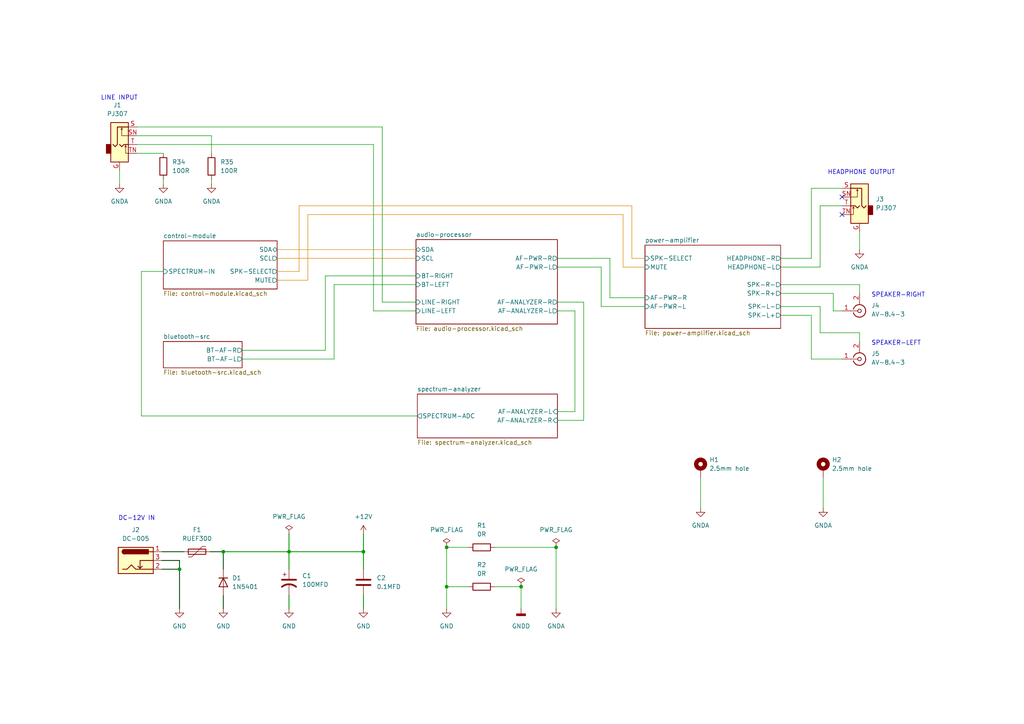
<source format=kicad_sch>
(kicad_sch (version 20211123) (generator eeschema)
  (paper "A4")
  (title_block (title "Arduino Mini Amplifier") (date "2022-07-30") (rev "1.0.0") (company "Dilshan R Jayakody") (comment 1 "jayakody2000lk@gmail.com") (comment 2 "https://github.com/dilshan/arduino-mini-amp"))
  (lib_symbols
    (symbol "Connector:AudioJack2_Ground_Switch"
      (property "Reference" "J" (at 0 11.43 0))
      (property "Value" "AudioJack2_Ground_Switch" (at 0 8.89 0))
      (symbol "AudioJack2_Ground_Switch_0_1"
        (rectangle (start -2.54 -2.54) (end -3.81 0) (stroke (width 0.254)) (fill (type outline)))
        (rectangle (start 2.54 6.35) (end -2.54 -5.08) (stroke (width 0.254)) (fill (type background)))
      )
      (symbol "AudioJack2_Ground_Switch_1_1"
        (polyline (pts (xy 0.635 4.826) (xy 0.889 4.318)))
        (polyline (pts (xy 1.778 -0.254) (xy 2.032 -0.762)))
        (polyline (pts (xy 0 0) (xy 0.635 -0.635) (xy 1.27 0) (xy 2.54 0)) (stroke (width 0.254)))
        (polyline (pts (xy 2.54 -2.54) (xy 1.778 -2.54) (xy 1.778 -0.254) (xy 1.524 -0.762)))
        (polyline (pts (xy 2.54 2.54) (xy 0.635 2.54) (xy 0.635 4.826) (xy 0.381 4.318)))
        (polyline (pts (xy 2.54 5.08) (xy -0.635 5.08) (xy -0.635 0) (xy -1.27 -0.635) (xy -1.905 0)) (stroke (width 0.254)))
        (pin passive line (at 0 -7.62 90) (length 2.54) (name "~") (number "G"))
        (pin passive line (at 5.08 5.08 180) (length 2.54) (name "~") (number "S"))
        (pin passive line (at 5.08 2.54 180) (length 2.54) (name "~") (number "SN"))
        (pin passive line (at 5.08 0 180) (length 2.54) (name "~") (number "T"))
        (pin passive line (at 5.08 -2.54 180) (length 2.54) (name "~") (number "TN"))
      )
    )
    (symbol "Connector:Barrel_Jack_Switch" (pin_names hide)
      (property "Reference" "J" (at 0 5.334 0))
      (property "Value" "Barrel_Jack_Switch" (at 0 -5.08 0))
      (symbol "Barrel_Jack_Switch_0_1"
        (rectangle (start -5.08 3.81) (end 5.08 -3.81) (stroke (width 0.254)) (fill (type background)))
        (arc (start -3.302 3.175) (mid -3.937 2.54) (end -3.302 1.905) (stroke (width 0.254)))
        (arc (start -3.302 3.175) (mid -3.937 2.54) (end -3.302 1.905) (stroke (width 0.254)) (fill (type outline)))
        (polyline (pts (xy 1.27 -2.286) (xy 1.905 -1.651)) (stroke (width 0.254)))
        (polyline (pts (xy 5.08 2.54) (xy 3.81 2.54)) (stroke (width 0.254)))
        (polyline (pts (xy 5.08 0) (xy 1.27 0) (xy 1.27 -2.286) (xy 0.635 -1.651)) (stroke (width 0.254)))
        (polyline (pts (xy -3.81 -2.54) (xy -2.54 -2.54) (xy -1.27 -1.27) (xy 0 -2.54) (xy 2.54 -2.54) (xy 5.08 -2.54)) (stroke (width 0.254)))
        (rectangle (start 3.683 3.175) (end -3.302 1.905) (stroke (width 0.254)) (fill (type outline)))
      )
      (symbol "Barrel_Jack_Switch_1_1"
        (pin passive line (at 7.62 2.54 180) (length 2.54) (name "~") (number "1"))
        (pin passive line (at 7.62 -2.54 180) (length 2.54) (name "~") (number "2"))
        (pin passive line (at 7.62 0 180) (length 2.54) (name "~") (number "3"))
      )
    )
    (symbol "Connector:Conn_Coaxial" (pin_names (offset 1.016) hide)
      (property "Reference" "J" (at 0.254 3.048 0))
      (property "Value" "Conn_Coaxial" (at 2.921 0 90))
      (symbol "Conn_Coaxial_0_1"
        (arc (start -1.778 -0.508) (mid 0.222 -1.808) (end 1.778 0) (stroke (width 0.254)))
        (polyline (pts (xy -2.54 0) (xy -0.508 0)))
        (polyline (pts (xy 0 -2.54) (xy 0 -1.778)))
        (circle (center 0 0) (radius 0.508) (stroke (width 0.2032)))
        (arc (start 1.778 0) (mid 0.222 1.8083) (end -1.778 0.508) (stroke (width 0.254)))
      )
      (symbol "Conn_Coaxial_1_1"
        (pin passive line (at -5.08 0 0) (length 2.54) (name "In") (number "1"))
        (pin passive line (at 0 -5.08 90) (length 2.54) (name "Ext") (number "2"))
      )
    )
    (symbol "Device:C" (pin_numbers hide) (pin_names (offset 0.254))
      (property "Reference" "C" (at 0.635 2.54 0))
      (property "Value" "C" (at 0.635 -2.54 0))
      (symbol "C_0_1"
        (polyline (pts (xy -2.032 -0.762) (xy 2.032 -0.762)) (stroke (width 0.508)))
        (polyline (pts (xy -2.032 0.762) (xy 2.032 0.762)) (stroke (width 0.508)))
      )
      (symbol "C_1_1"
        (pin passive line (at 0 3.81 270) (length 2.794) (name "~") (number "1"))
        (pin passive line (at 0 -3.81 90) (length 2.794) (name "~") (number "2"))
      )
    )
    (symbol "Device:C_Polarized_US" (pin_numbers hide) (pin_names (offset 0.254) hide)
      (property "Reference" "C" (at 0.635 2.54 0))
      (property "Value" "C_Polarized_US" (at 0.635 -2.54 0))
      (symbol "C_Polarized_US_0_1"
        (polyline (pts (xy -2.032 0.762) (xy 2.032 0.762)) (stroke (width 0.508)))
        (polyline (pts (xy -1.778 2.286) (xy -0.762 2.286)))
        (polyline (pts (xy -1.27 1.778) (xy -1.27 2.794)))
        (arc (start 2.032 -1.27) (mid 0 -0.5572) (end -2.032 -1.27) (stroke (width 0.508)))
      )
      (symbol "C_Polarized_US_1_1"
        (pin passive line (at 0 3.81 270) (length 2.794) (name "~") (number "1"))
        (pin passive line (at 0 -3.81 90) (length 3.302) (name "~") (number "2"))
      )
    )
    (symbol "Device:D" (pin_numbers hide) (pin_names (offset 1.016) hide)
      (property "Reference" "D" (at 0 2.54 0))
      (property "Value" "D" (at 0 -2.54 0))
      (symbol "D_0_1"
        (polyline (pts (xy -1.27 1.27) (xy -1.27 -1.27)) (stroke (width 0.254)))
        (polyline (pts (xy 1.27 0) (xy -1.27 0)))
        (polyline (pts (xy 1.27 1.27) (xy 1.27 -1.27) (xy -1.27 0) (xy 1.27 1.27)) (stroke (width 0.254)))
      )
      (symbol "D_1_1"
        (pin passive line (at -3.81 0 0) (length 2.54) (name "K") (number "1"))
        (pin passive line (at 3.81 0 180) (length 2.54) (name "A") (number "2"))
      )
    )
    (symbol "Device:Polyfuse" (pin_numbers hide) (pin_names (offset 0))
      (property "Reference" "F" (at -2.54 0 90))
      (property "Value" "Polyfuse" (at 2.54 0 90))
      (symbol "Polyfuse_0_1"
        (rectangle (start -0.762 2.54) (end 0.762 -2.54) (stroke (width 0.254)))
        (polyline (pts (xy 0 2.54) (xy 0 -2.54)))
        (polyline (pts (xy -1.524 2.54) (xy -1.524 1.524) (xy 1.524 -1.524) (xy 1.524 -2.54)))
      )
      (symbol "Polyfuse_1_1"
        (pin passive line (at 0 3.81 270) (length 1.27) (name "~") (number "1"))
        (pin passive line (at 0 -3.81 90) (length 1.27) (name "~") (number "2"))
      )
    )
    (symbol "Device:R" (pin_numbers hide) (pin_names (offset 0))
      (property "Reference" "R" (at 2.032 0 90))
      (property "Value" "R" (at 0 0 90))
      (symbol "R_0_1"
        (rectangle (start -1.016 -2.54) (end 1.016 2.54) (stroke (width 0.254)))
      )
      (symbol "R_1_1"
        (pin passive line (at 0 3.81 270) (length 1.27) (name "~") (number "1"))
        (pin passive line (at 0 -3.81 90) (length 1.27) (name "~") (number "2"))
      )
    )
    (symbol "Mechanical:MountingHole_Pad" (pin_numbers hide) (pin_names (offset 1.016) hide)
      (property "Reference" "H" (at 0 6.35 0))
      (property "Value" "MountingHole_Pad" (at 0 4.445 0))
      (symbol "MountingHole_Pad_0_1"
        (circle (center 0 1.27) (radius 1.27) (stroke (width 1.27)))
      )
      (symbol "MountingHole_Pad_1_1"
        (pin input line (at 0 -2.54 90) (length 2.54) (name "1") (number "1"))
      )
    )
    (symbol "power:+12V" (power) (pin_names (offset 0))
      (property "Value" "+12V" (at 0 3.556 0))
      (symbol "+12V_0_1"
        (polyline (pts (xy -0.762 1.27) (xy 0 2.54)))
        (polyline (pts (xy 0 0) (xy 0 2.54)))
        (polyline (pts (xy 0 2.54) (xy 0.762 1.27)))
      )
      (symbol "+12V_1_1"
        (pin power_in line (at 0 0 90) (length 0) hide (name "+12V") (number "1"))
      )
    )
    (symbol "power:GND" (power) (pin_names (offset 0))
      (property "Value" "GND" (at 0 -3.81 0))
      (symbol "GND_0_1"
        (polyline (pts (xy 0 0) (xy 0 -1.27) (xy 1.27 -1.27) (xy 0 -2.54) (xy -1.27 -1.27) (xy 0 -1.27)))
      )
      (symbol "GND_1_1"
        (pin power_in line (at 0 0 270) (length 0) hide (name "GND") (number "1"))
      )
    )
    (symbol "power:GNDA" (power) (pin_names (offset 0))
      (property "Value" "GNDA" (at 0 -3.81 0))
      (symbol "GNDA_0_1"
        (polyline (pts (xy 0 0) (xy 0 -1.27) (xy 1.27 -1.27) (xy 0 -2.54) (xy -1.27 -1.27) (xy 0 -1.27)))
      )
      (symbol "GNDA_1_1"
        (pin power_in line (at 0 0 270) (length 0) hide (name "GNDA") (number "1"))
      )
    )
    (symbol "power:GNDD" (power) (pin_names (offset 0))
      (property "Value" "GNDD" (at 0 -3.175 0))
      (symbol "GNDD_0_1"
        (rectangle (start -1.27 -1.524) (end 1.27 -2.032) (stroke (width 0.254)) (fill (type outline)))
        (polyline (pts (xy 0 0) (xy 0 -1.524)))
      )
      (symbol "GNDD_1_1"
        (pin power_in line (at 0 0 270) (length 0) hide (name "GNDD") (number "1"))
      )
    )
    (symbol "power:PWR_FLAG" (power) (pin_numbers hide) (pin_names (offset 0) hide)
      (property "Value" "PWR_FLAG" (at 0 3.81 0))
      (symbol "PWR_FLAG_0_0"
        (pin power_out line (at 0 0 90) (length 0) (name "pwr") (number "1"))
      )
      (symbol "PWR_FLAG_0_1"
        (polyline (pts (xy 0 0) (xy 0 1.27) (xy -1.016 1.905) (xy 0 2.54) (xy 1.016 1.905) (xy 0 1.27)))
      )
    )
  )
  (junction (at 129.54 170.18))
  (junction (at 129.54 158.75))
  (junction (at 151.13 170.18))
  (junction (at 105.41 160.02))
  (junction (at 161.29 158.75))
  (junction (at 83.82 160.02))
  (junction (at 64.77 160.02))
  (junction (at 52.07 165.1))
  (no_connect (at 244.221 57.15))
  (no_connect (at 244.221 62.23))
  (wire (pts (xy 105.41 160.02) (xy 105.41 165.1)) (stroke (width 0.25)))
  (wire (pts (xy 143.51 158.75) (xy 161.29 158.75)))
  (wire (pts (xy 80.391 72.39) (xy 120.65 72.39)) (stroke (width 0) (color 221 133 0 1)))
  (wire (pts (xy 80.391 74.93) (xy 120.65 74.93)) (stroke (width 0) (color 221 133 0 1)))
  (wire (pts (xy 169.291 121.92) (xy 161.671 121.92)))
  (wire (pts (xy 183.261 74.93) (xy 187.071 74.93)) (stroke (width 0) (color 221 133 0 1)))
  (wire (pts (xy 47.371 78.74) (xy 41.021 78.74)))
  (wire (pts (xy 226.441 77.47) (xy 237.871 77.47)))
  (wire (pts (xy 52.07 165.1) (xy 52.07 176.53)) (stroke (width 0.25) (color 0 72 0 1)))
  (wire (pts (xy 237.871 88.9) (xy 237.871 96.52)))
  (wire (pts (xy 174.371 77.47) (xy 174.371 88.9)))
  (wire (pts (xy 226.441 88.9) (xy 237.871 88.9)))
  (wire (pts (xy 166.751 90.17) (xy 166.751 119.38)))
  (wire (pts (xy 96.901 82.55) (xy 96.901 104.14)))
  (wire (pts (xy 80.391 78.74) (xy 86.741 78.74)) (stroke (width 0) (color 221 133 0 1)))
  (wire (pts (xy 105.41 154.94) (xy 105.41 160.02)) (stroke (width 0.25)))
  (wire (pts (xy 41.021 120.65) (xy 121.031 120.65)))
  (wire (pts (xy 86.741 78.74) (xy 86.741 59.69)) (stroke (width 0) (color 221 133 0 1)))
  (wire (pts (xy 235.331 54.61) (xy 244.221 54.61)))
  (wire (pts (xy 89.281 81.28) (xy 89.281 62.23)) (stroke (width 0) (color 221 133 0 1)))
  (wire (pts (xy 39.751 41.91) (xy 108.331 41.91)))
  (wire (pts (xy 83.82 160.02) (xy 83.82 165.1)) (stroke (width 0.25)))
  (wire (pts (xy 183.261 59.69) (xy 183.261 74.93)) (stroke (width 0) (color 221 133 0 1)))
  (wire (pts (xy 129.54 170.18) (xy 135.89 170.18)))
  (wire (pts (xy 161.671 77.47) (xy 174.371 77.47)))
  (wire (pts (xy 46.99 162.56) (xy 52.07 162.56)) (stroke (width 0.25) (color 0 72 0 1)))
  (wire (pts (xy 180.721 62.23) (xy 180.721 77.47)) (stroke (width 0) (color 221 133 0 1)))
  (wire (pts (xy 64.77 160.02) (xy 83.82 160.02)) (stroke (width 0.25)))
  (wire (pts (xy 41.021 78.74) (xy 41.021 120.65)))
  (wire (pts (xy 64.77 160.02) (xy 64.77 165.1)) (stroke (width 0.25) (color 0 72 0 1)))
  (wire (pts (xy 249.301 82.55) (xy 249.301 85.09)))
  (wire (pts (xy 83.82 172.72) (xy 83.82 176.53)) (stroke (width 0.25)))
  (wire (pts (xy 83.82 160.02) (xy 105.41 160.02)) (stroke (width 0.25)))
  (wire (pts (xy 86.741 59.69) (xy 183.261 59.69)) (stroke (width 0) (color 221 133 0 1)))
  (wire (pts (xy 96.901 104.14) (xy 70.231 104.14)))
  (wire (pts (xy 108.331 90.17) (xy 120.65 90.17)))
  (wire (pts (xy 129.54 170.18) (xy 129.54 158.75)))
  (wire (pts (xy 180.721 77.47) (xy 187.071 77.47)) (stroke (width 0) (color 221 133 0 1)))
  (wire (pts (xy 80.391 81.28) (xy 89.281 81.28)) (stroke (width 0) (color 221 133 0 1)))
  (wire (pts (xy 61.341 52.07) (xy 61.341 53.34)))
  (wire (pts (xy 235.331 91.44) (xy 235.331 104.14)))
  (wire (pts (xy 39.751 39.37) (xy 61.341 39.37)))
  (wire (pts (xy 110.871 87.63) (xy 120.65 87.63)))
  (wire (pts (xy 169.291 87.63) (xy 169.291 121.92)))
  (wire (pts (xy 129.54 158.75) (xy 135.89 158.75)))
  (wire (pts (xy 46.99 165.1) (xy 52.07 165.1)) (stroke (width 0.25) (color 0 72 0 1)))
  (wire (pts (xy 83.82 154.94) (xy 83.82 160.02)) (stroke (width 0.25)))
  (wire (pts (xy 143.51 170.18) (xy 151.13 170.18)))
  (wire (pts (xy 226.441 85.09) (xy 241.681 85.09)))
  (wire (pts (xy 108.331 41.91) (xy 108.331 90.17)))
  (wire (pts (xy 226.441 74.93) (xy 235.331 74.93)))
  (wire (pts (xy 94.361 80.01) (xy 94.361 101.6)))
  (wire (pts (xy 235.331 74.93) (xy 235.331 54.61)))
  (wire (pts (xy 203.2 138.43) (xy 203.2 147.32)))
  (wire (pts (xy 237.871 59.69) (xy 244.221 59.69)))
  (wire (pts (xy 237.871 96.52) (xy 249.301 96.52)))
  (wire (pts (xy 60.96 160.02) (xy 64.77 160.02)) (stroke (width 0.25) (color 0 72 0 1)))
  (wire (pts (xy 174.371 88.9) (xy 187.071 88.9)))
  (wire (pts (xy 161.29 158.75) (xy 161.29 176.53)))
  (wire (pts (xy 237.871 77.47) (xy 237.871 59.69)))
  (wire (pts (xy 129.54 176.53) (xy 129.54 170.18)))
  (wire (pts (xy 70.231 101.6) (xy 94.361 101.6)))
  (wire (pts (xy 105.41 172.72) (xy 105.41 176.53)) (stroke (width 0.25)))
  (wire (pts (xy 226.441 82.55) (xy 249.301 82.55)))
  (wire (pts (xy 39.751 36.83) (xy 110.871 36.83)))
  (wire (pts (xy 151.13 170.18) (xy 151.13 176.53)))
  (wire (pts (xy 249.301 96.52) (xy 249.301 99.06)))
  (wire (pts (xy 52.07 162.56) (xy 52.07 165.1)) (stroke (width 0.25) (color 0 72 0 1)))
  (wire (pts (xy 96.901 82.55) (xy 120.65 82.55)))
  (wire (pts (xy 61.341 39.37) (xy 61.341 44.45)))
  (wire (pts (xy 238.76 138.43) (xy 238.76 147.32)))
  (wire (pts (xy 64.77 172.72) (xy 64.77 176.53)) (stroke (width 0.25) (color 0 72 0 1)))
  (wire (pts (xy 94.361 80.01) (xy 120.65 80.01)))
  (wire (pts (xy 46.99 160.02) (xy 53.34 160.02)) (stroke (width 0.25) (color 0 72 0 1)))
  (wire (pts (xy 249.301 67.31) (xy 249.301 72.39)))
  (wire (pts (xy 235.331 104.14) (xy 244.221 104.14)))
  (wire (pts (xy 241.681 85.09) (xy 241.681 90.17)))
  (wire (pts (xy 241.681 90.17) (xy 244.221 90.17)))
  (wire (pts (xy 89.281 62.23) (xy 180.721 62.23)) (stroke (width 0) (color 221 133 0 1)))
  (wire (pts (xy 34.671 49.53) (xy 34.671 53.34)))
  (wire (pts (xy 176.911 86.36) (xy 187.071 86.36)))
  (wire (pts (xy 161.671 90.17) (xy 166.751 90.17)))
  (wire (pts (xy 176.911 74.93) (xy 176.911 86.36)))
  (wire (pts (xy 110.871 36.83) (xy 110.871 87.63)))
  (wire (pts (xy 166.751 119.38) (xy 161.671 119.38)))
  (wire (pts (xy 226.441 91.44) (xy 235.331 91.44)))
  (wire (pts (xy 39.751 44.45) (xy 47.371 44.45)))
  (wire (pts (xy 47.371 52.07) (xy 47.371 53.34)))
  (wire (pts (xy 161.671 74.93) (xy 176.911 74.93)))
  (wire (pts (xy 161.671 87.63) (xy 169.291 87.63)))
  (text "LINE INPUT" (at 29.21 29.21 0) (effects (font (size 1.27 1.27)) (justify left bottom)))
  (text "SPEAKER-RIGHT" (at 252.73 86.36 0) (effects (font (size 1.27 1.27)) (justify left bottom)))
  (text "DC-12V IN" (at 34.29 151.13 0) (effects (font (size 1.27 1.27)) (justify left bottom)))
  (text "HEADPHONE OUTPUT" (at 240.03 50.8 0) (effects (font (size 1.27 1.27)) (justify left bottom)))
  (text "SPEAKER-LEFT" (at 252.73 100.33 0) (effects (font (size 1.27 1.27)) (justify left bottom)))
  (symbol (lib_id "power:GNDA") (at 203.2 147.32 0) (unit 1)
    (property "Reference" "#PWR01" (effects hide))
    (property "Value" "GNDA" (at 203.2 152.4 0))
  )
  (symbol (lib_id "power:GND") (at 83.82 176.53 0) (unit 1)
    (property "Reference" "#PWR0108" (effects hide))
    (property "Value" "GND" (at 83.82 181.61 0))
  )
  (symbol (lib_id "Connector:Barrel_Jack_Switch") (at 39.37 162.56 0) (unit 1)
    (property "Reference" "J2" (at 39.37 153.67 0))
    (property "Value" "DC-005" (at 39.37 156.21 0))
    (property "Footprint" "Connector_BarrelJack:BarrelJack_Horizontal" (effects hide))
  )
  (symbol (lib_id "Connector:AudioJack2_Ground_Switch") (at 34.671 41.91 0) (unit 1)
    (property "Reference" "J1" (at 34.036 30.48 0))
    (property "Value" "PJ307" (at 34.036 33.02 0))
    (property "Footprint" "pc-amplifier:PJ-307" (effects hide))
  )
  (symbol (lib_id "power:GNDA") (at 47.371 53.34 0) (unit 1)
    (property "Reference" "#PWR0225" (effects hide))
    (property "Value" "GNDA" (at 47.371 58.42 0))
  )
  (symbol (lib_id "power:GND") (at 52.07 176.53 0) (unit 1)
    (property "Reference" "#PWR0102" (effects hide))
    (property "Value" "GND" (at 52.07 181.61 0))
  )
  (symbol (lib_id "power:+12V") (at 105.41 154.94 0) (unit 1)
    (property "Reference" "#PWR0109" (effects hide))
    (property "Value" "+12V" (at 105.41 149.86 0))
  )
  (symbol (lib_id "Device:R") (at 139.7 158.75 90) (unit 1)
    (property "Reference" "R1" (at 139.7 152.4 90))
    (property "Value" "0R" (at 139.7 154.94 90))
    (property "Footprint" "Resistor_THT:R_Axial_DIN0204_L3.6mm_D1.6mm_P1.90mm_Vertical" (effects hide))
  )
  (symbol (lib_id "power:PWR_FLAG") (at 161.29 158.75 0) (unit 1)
    (property "Reference" "#FLG0105" (effects hide))
    (property "Value" "PWR_FLAG" (at 161.29 153.67 0))
  )
  (symbol (lib_id "Device:C_Polarized_US") (at 83.82 168.91 0) (unit 1)
    (property "Reference" "C1" (at 87.63 167.0049 0) (effects (justify left)))
    (property "Value" "100MFD" (at 87.63 169.5449 0) (effects (justify left)))
    (property "Footprint" "Capacitor_SMD:CP_Elec_6.3x5.4" (effects hide))
  )
  (symbol (lib_id "Device:R") (at 61.341 48.26 0) (unit 1)
    (property "Reference" "R35" (at 63.881 46.9899 0) (effects (justify left)))
    (property "Value" "100R" (at 63.881 49.5299 0) (effects (justify left)))
    (property "Footprint" "Resistor_SMD:R_0805_2012Metric_Pad1.20x1.40mm_HandSolder" (effects hide))
  )
  (symbol (lib_id "power:GNDA") (at 161.29 176.53 0) (unit 1)
    (property "Reference" "#PWR0105" (effects hide))
    (property "Value" "GNDA" (at 161.29 181.61 0))
  )
  (symbol (lib_id "power:GNDD") (at 151.13 176.53 0) (unit 1)
    (property "Reference" "#PWR0106" (effects hide))
    (property "Value" "GNDD" (at 151.13 181.61 0))
  )
  (symbol (lib_id "power:GNDA") (at 249.301 72.39 0) (unit 1)
    (property "Reference" "#PWR0110" (effects hide))
    (property "Value" "GNDA" (at 249.301 77.47 0))
  )
  (symbol (lib_id "Mechanical:MountingHole_Pad") (at 238.76 135.89 0) (unit 1)
    (property "Reference" "H2" (at 241.3 133.3499 0) (effects (justify left)))
    (property "Value" "2.5mm hole" (at 241.3 135.8899 0) (effects (justify left)))
    (property "Footprint" "MountingHole:MountingHole_2.5mm_Pad" (effects hide))
  )
  (symbol (lib_id "Device:Polyfuse") (at 57.15 160.02 90) (unit 1)
    (property "Reference" "F1" (at 57.15 153.67 90))
    (property "Value" "RUEF300 " (at 57.15 156.21 90))
    (property "Footprint" "Fuse:Fuse_Bourns_MF-RHT300" (effects hide))
  )
  (symbol (lib_id "Device:C") (at 105.41 168.91 0) (unit 1)
    (property "Reference" "C2" (at 109.22 167.6399 0) (effects (justify left)))
    (property "Value" "0.1MFD" (at 109.22 170.1799 0) (effects (justify left)))
    (property "Footprint" "Capacitor_SMD:C_0805_2012Metric_Pad1.18x1.45mm_HandSolder" (effects hide))
  )
  (symbol (lib_id "Mechanical:MountingHole_Pad") (at 203.2 135.89 0) (unit 1)
    (property "Reference" "H1" (at 205.74 133.3499 0) (effects (justify left)))
    (property "Value" "2.5mm hole" (at 205.74 135.8899 0) (effects (justify left)))
    (property "Footprint" "MountingHole:MountingHole_2.5mm_Pad" (effects hide))
  )
  (symbol (lib_id "power:PWR_FLAG") (at 151.13 170.18 0) (unit 1)
    (property "Reference" "#FLG0104" (effects hide))
    (property "Value" "PWR_FLAG" (at 151.13 165.1 0))
  )
  (symbol (lib_id "Connector:Conn_Coaxial") (at 249.301 104.14 0) (mirror x) (unit 1)
    (property "Reference" "J5" (at 252.73 102.5767 0) (effects (justify left)))
    (property "Value" "AV-8.4-3" (at 252.73 105.1167 0) (effects (justify left)))
    (property "Footprint" "pc-amplifier:CUI_RCJ-013" (effects hide))
    (property "Datasheet" " ~" (effects hide))
  )
  (symbol (lib_id "power:GND") (at 105.41 176.53 0) (unit 1)
    (property "Reference" "#PWR0107" (effects hide))
    (property "Value" "GND" (at 105.41 181.61 0))
  )
  (symbol (lib_id "Connector:Conn_Coaxial") (at 249.301 90.17 0) (mirror x) (unit 1)
    (property "Reference" "J4" (at 252.73 88.6067 0) (effects (justify left)))
    (property "Value" "AV-8.4-3" (at 252.73 91.1467 0) (effects (justify left)))
    (property "Footprint" "pc-amplifier:CUI_RCJ-013" (effects hide))
    (property "Datasheet" " ~" (effects hide))
  )
  (symbol (lib_id "power:GND") (at 64.77 176.53 0) (unit 1)
    (property "Reference" "#PWR0103" (effects hide))
    (property "Value" "GND" (at 64.77 181.61 0))
  )
  (symbol (lib_id "Device:D") (at 64.77 168.91 270) (unit 1)
    (property "Reference" "D1" (at 67.31 167.6399 90) (effects (justify left)))
    (property "Value" "1N5401" (at 67.31 170.1799 90) (effects (justify left)))
    (property "Footprint" "Diode_THT:D_DO-201AD_P15.24mm_Horizontal" (effects hide))
  )
  (symbol (lib_id "Device:R") (at 47.371 48.26 0) (unit 1)
    (property "Reference" "R34" (at 49.911 46.9899 0) (effects (justify left)))
    (property "Value" "100R" (at 49.911 49.5299 0) (effects (justify left)))
    (property "Footprint" "Resistor_SMD:R_0805_2012Metric_Pad1.20x1.40mm_HandSolder" (effects hide))
  )
  (symbol (lib_id "power:GNDA") (at 34.671 53.34 0) (unit 1)
    (property "Reference" "#PWR0101" (effects hide))
    (property "Value" "GNDA" (at 34.671 58.42 0))
  )
  (symbol (lib_id "power:PWR_FLAG") (at 83.82 154.94 0) (unit 1)
    (property "Reference" "#FLG0101" (effects hide))
    (property "Value" "PWR_FLAG" (at 83.82 149.86 0))
  )
  (symbol (lib_id "power:GNDA") (at 238.76 147.32 0) (unit 1)
    (property "Reference" "#PWR02" (effects hide))
    (property "Value" "GNDA" (at 238.76 152.4 0))
  )
  (symbol (lib_id "power:PWR_FLAG") (at 129.54 158.75 0) (unit 1)
    (property "Reference" "#FLG0107" (effects hide))
    (property "Value" "PWR_FLAG" (at 129.54 153.67 0))
  )
  (symbol (lib_id "Device:R") (at 139.7 170.18 90) (unit 1)
    (property "Reference" "R2" (at 139.7 163.83 90))
    (property "Value" "0R" (at 139.7 166.37 90))
    (property "Footprint" "Resistor_THT:R_Axial_DIN0204_L3.6mm_D1.6mm_P1.90mm_Vertical" (effects hide))
  )
  (symbol (lib_id "power:GNDA") (at 61.341 53.34 0) (unit 1)
    (property "Reference" "#PWR0224" (effects hide))
    (property "Value" "GNDA" (at 61.341 58.42 0))
  )
  (symbol (lib_id "power:GND") (at 129.54 176.53 0) (unit 1)
    (property "Reference" "#PWR0104" (effects hide))
    (property "Value" "GND" (at 129.54 181.61 0))
  )
  (symbol (lib_id "Connector:AudioJack2_Ground_Switch") (at 249.301 59.69 0) (mirror y) (unit 1)
    (property "Reference" "J3" (at 254 57.7849 0) (effects (justify right)))
    (property "Value" "PJ307" (at 254 60.3249 0) (effects (justify right)))
    (property "Footprint" "pc-amplifier:PJ-307" (effects hide))
  )
  (sheet (at 187.071 71.12) (size 39.37 24.13) (stroke (width 0.1524))
    (property "Sheet name" "power-amplifier" (at 187.071 70.4084 0) (effects (justify left bottom)))
    (property "Sheet file" "power-amplifier.kicad_sch" (at 187.071 95.8346 0) (effects (justify left top)))
    (pin "SPK-SELECT" input (at 187.071 74.93 180))
    (pin "AF-PWR-R" input (at 187.071 86.36 180))
    (pin "HEADPHONE-L" output (at 226.441 77.47 0))
    (pin "HEADPHONE-R" output (at 226.441 74.93 0))
    (pin "AF-PWR-L" input (at 187.071 88.9 180))
    (pin "SPK-R-" output (at 226.441 82.55 0))
    (pin "SPK-L-" output (at 226.441 88.9 0))
    (pin "SPK-L+" output (at 226.441 91.44 0))
    (pin "MUTE" input (at 187.071 77.47 180))
    (pin "SPK-R+" output (at 226.441 85.09 0))
  )
  (sheet (at 120.65 69.4944) (size 41.021 24.4856) (stroke (width 0.1524))
    (property "Sheet name" "audio-processor" (at 120.65 68.7828 0) (effects (justify left bottom)))
    (property "Sheet file" "audio-processor.kicad_sch" (at 120.65 94.5646 0) (effects (justify left top)))
    (pin "SCL" input (at 120.65 74.93 180))
    (pin "SDA" bidirectional (at 120.65 72.39 180))
    (pin "AF-ANALYZER-R" output (at 161.671 87.63 0))
    (pin "AF-ANALYZER-L" output (at 161.671 90.17 0))
    (pin "AF-PWR-R" output (at 161.671 74.93 0))
    (pin "AF-PWR-L" output (at 161.671 77.47 0))
    (pin "BT-LEFT" input (at 120.65 82.55 180))
    (pin "BT-RIGHT" input (at 120.65 80.01 180))
    (pin "LINE-RIGHT" input (at 120.65 87.63 180))
    (pin "LINE-LEFT" input (at 120.65 90.17 180))
  )
  (sheet (at 121.031 114.3) (size 40.64 12.7) (stroke (width 0.1524))
    (property "Sheet name" "spectrum-analyzer" (at 121.031 113.5884 0) (effects (justify left bottom)))
    (property "Sheet file" "spectrum-analyzer.kicad_sch" (at 121.031 127.5846 0) (effects (justify left top)))
    (pin "SPECTRUM-ADC" output (at 121.031 120.65 180))
    (pin "AF-ANALYZER-R" input (at 161.671 121.92 0))
    (pin "AF-ANALYZER-L" input (at 161.671 119.38 0))
  )
  (sheet (at 47.371 69.85) (size 33.02 13.97) (stroke (width 0.1524))
    (property "Sheet name" "control-module" (at 47.371 69.1384 0) (effects (justify left bottom)))
    (property "Sheet file" "control-module.kicad_sch" (at 47.371 84.4046 0) (effects (justify left top)))
    (pin "SPECTRUM-IN" input (at 47.371 78.74 180))
    (pin "SPK-SELECT" output (at 80.391 78.74 0))
    (pin "MUTE" output (at 80.391 81.28 0))
    (pin "SDA" bidirectional (at 80.391 72.39 0))
    (pin "SCL" output (at 80.391 74.93 0))
  )
  (sheet (at 47.371 99.06) (size 22.86 7.62) (stroke (width 0.1524))
    (property "Sheet name" "bluetooth-src" (at 47.371 98.3484 0) (effects (justify left bottom)))
    (property "Sheet file" "bluetooth-src.kicad_sch" (at 47.371 107.2646 0) (effects (justify left top)))
    (pin "BT-AF-R" output (at 70.231 101.6 0))
    (pin "BT-AF-L" output (at 70.231 104.14 0))
  )
)
</source>
